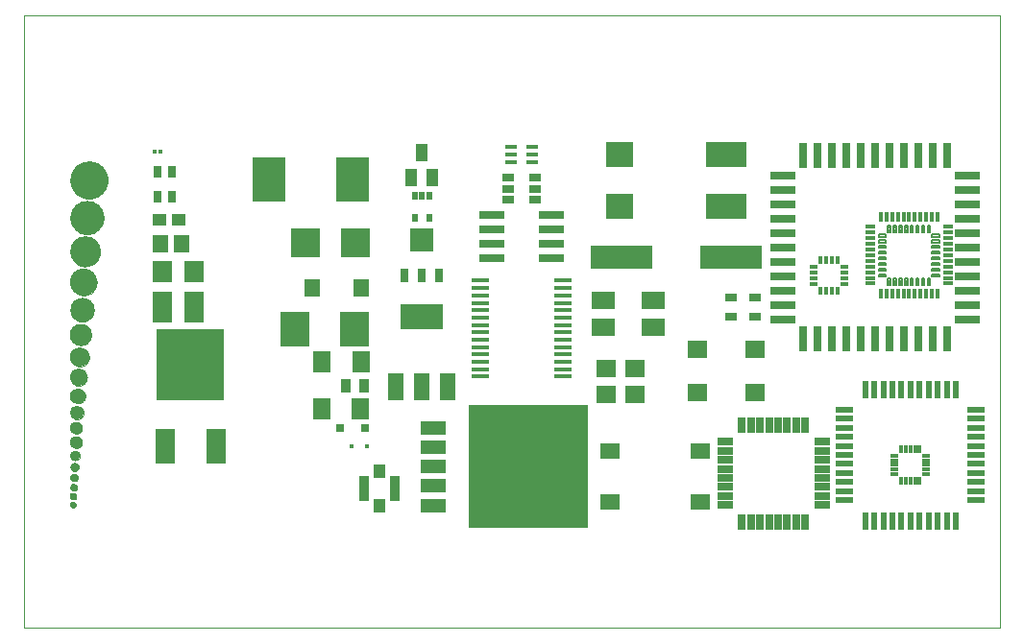
<source format=gts>
G75*
%MOIN*%
%OFA0B0*%
%FSLAX24Y24*%
%IPPOS*%
%LPD*%
%AMOC8*
5,1,8,0,0,1.08239X$1,22.5*
%
%ADD10C,0.0000*%
%ADD11C,0.1320*%
%ADD12C,0.1180*%
%ADD13C,0.1060*%
%ADD14C,0.0947*%
%ADD15C,0.0848*%
%ADD16C,0.0760*%
%ADD17C,0.0681*%
%ADD18C,0.0611*%
%ADD19C,0.0548*%
%ADD20C,0.0493*%
%ADD21C,0.0440*%
%ADD22C,0.0360*%
%ADD23C,0.0320*%
%ADD24C,0.0290*%
%ADD25C,0.0270*%
%ADD26C,0.0240*%
%ADD27C,0.0220*%
%ADD28R,0.0138X0.0178*%
%ADD29R,0.0316X0.0394*%
%ADD30R,0.0473X0.0434*%
%ADD31R,0.0552X0.0631*%
%ADD32R,0.0670X0.0749*%
%ADD33R,0.0670X0.1103*%
%ADD34R,0.0178X0.0178*%
%ADD35R,0.0355X0.0512*%
%ADD36R,0.0276X0.0276*%
%ADD37R,0.0591X0.0749*%
%ADD38R,0.0540X0.0619*%
%ADD39R,0.0985X0.0985*%
%ADD40R,0.1142X0.1536*%
%ADD41R,0.0434X0.0591*%
%ADD42R,0.0670X0.1221*%
%ADD43R,0.2323X0.2481*%
%ADD44R,0.0906X0.0276*%
%ADD45R,0.0590X0.0177*%
%ADD46R,0.0434X0.0316*%
%ADD47R,0.0414X0.0182*%
%ADD48R,0.2140X0.0800*%
%ADD49R,0.1440X0.0900*%
%ADD50R,0.0940X0.0900*%
%ADD51R,0.0394X0.0296*%
%ADD52R,0.0670X0.0631*%
%ADD53R,0.0788X0.0591*%
%ADD54R,0.0540X0.0260*%
%ADD55R,0.0260X0.0540*%
%ADD56C,0.0079*%
%ADD57R,0.0205X0.0316*%
%ADD58R,0.0355X0.0158*%
%ADD59R,0.0158X0.0355*%
%ADD60R,0.0631X0.0237*%
%ADD61R,0.0237X0.0631*%
%ADD62R,0.0276X0.0906*%
%ADD63R,0.0296X0.0150*%
%ADD64R,0.0150X0.0296*%
%ADD65R,0.0375X0.0906*%
%ADD66R,0.0434X0.0453*%
%ADD67R,0.0650X0.0552*%
%ADD68R,0.0520X0.0920*%
%ADD69R,0.1457X0.0906*%
%ADD70R,0.0268X0.0512*%
%ADD71R,0.0827X0.0827*%
%ADD72R,0.1024X0.1221*%
%ADD73R,0.4138X0.4292*%
%ADD74R,0.0890X0.0460*%
%ADD75R,0.0119X0.0276*%
%ADD76R,0.0276X0.0119*%
D10*
X000363Y000100D02*
X034223Y000100D01*
X034223Y021360D01*
X000363Y021360D01*
X000363Y000100D01*
X001963Y004365D02*
X001965Y004384D01*
X001971Y004402D01*
X001980Y004418D01*
X001993Y004432D01*
X002008Y004443D01*
X002025Y004451D01*
X002044Y004455D01*
X002062Y004455D01*
X002081Y004451D01*
X002098Y004443D01*
X002113Y004432D01*
X002126Y004418D01*
X002135Y004402D01*
X002141Y004384D01*
X002143Y004365D01*
X002141Y004346D01*
X002135Y004328D01*
X002126Y004312D01*
X002113Y004298D01*
X002098Y004287D01*
X002081Y004279D01*
X002062Y004275D01*
X002044Y004275D01*
X002025Y004279D01*
X002008Y004287D01*
X001993Y004298D01*
X001980Y004312D01*
X001971Y004328D01*
X001965Y004346D01*
X001963Y004365D01*
X001964Y004655D02*
X001966Y004675D01*
X001972Y004693D01*
X001981Y004711D01*
X001993Y004726D01*
X002008Y004738D01*
X002026Y004747D01*
X002044Y004753D01*
X002064Y004755D01*
X002084Y004753D01*
X002102Y004747D01*
X002120Y004738D01*
X002135Y004726D01*
X002147Y004711D01*
X002156Y004693D01*
X002162Y004675D01*
X002164Y004655D01*
X002162Y004635D01*
X002156Y004617D01*
X002147Y004599D01*
X002135Y004584D01*
X002120Y004572D01*
X002102Y004563D01*
X002084Y004557D01*
X002064Y004555D01*
X002044Y004557D01*
X002026Y004563D01*
X002008Y004572D01*
X001993Y004584D01*
X001981Y004599D01*
X001972Y004617D01*
X001966Y004635D01*
X001964Y004655D01*
X001963Y004970D02*
X001965Y004991D01*
X001971Y005012D01*
X001980Y005031D01*
X001993Y005047D01*
X002009Y005062D01*
X002027Y005073D01*
X002047Y005081D01*
X002067Y005085D01*
X002089Y005085D01*
X002109Y005081D01*
X002129Y005073D01*
X002147Y005062D01*
X002163Y005047D01*
X002176Y005031D01*
X002185Y005012D01*
X002191Y004991D01*
X002193Y004970D01*
X002191Y004949D01*
X002185Y004928D01*
X002176Y004909D01*
X002163Y004893D01*
X002147Y004878D01*
X002129Y004867D01*
X002109Y004859D01*
X002089Y004855D01*
X002067Y004855D01*
X002047Y004859D01*
X002027Y004867D01*
X002009Y004878D01*
X001993Y004893D01*
X001980Y004909D01*
X001971Y004928D01*
X001965Y004949D01*
X001963Y004970D01*
X001964Y005311D02*
X001966Y005333D01*
X001972Y005354D01*
X001981Y005373D01*
X001993Y005391D01*
X002009Y005407D01*
X002026Y005419D01*
X002046Y005428D01*
X002067Y005434D01*
X002089Y005436D01*
X002111Y005434D01*
X002132Y005428D01*
X002151Y005419D01*
X002169Y005407D01*
X002185Y005391D01*
X002197Y005373D01*
X002206Y005354D01*
X002212Y005333D01*
X002214Y005311D01*
X002212Y005289D01*
X002206Y005268D01*
X002197Y005249D01*
X002185Y005231D01*
X002169Y005215D01*
X002152Y005203D01*
X002132Y005194D01*
X002111Y005188D01*
X002089Y005186D01*
X002067Y005188D01*
X002046Y005194D01*
X002026Y005203D01*
X002009Y005215D01*
X001993Y005231D01*
X001981Y005248D01*
X001972Y005268D01*
X001966Y005289D01*
X001964Y005311D01*
X001964Y005677D02*
X001966Y005700D01*
X001972Y005722D01*
X001981Y005744D01*
X001994Y005763D01*
X002009Y005780D01*
X002027Y005794D01*
X002048Y005805D01*
X002070Y005813D01*
X002092Y005817D01*
X002116Y005817D01*
X002138Y005813D01*
X002160Y005805D01*
X002181Y005794D01*
X002199Y005780D01*
X002214Y005763D01*
X002227Y005744D01*
X002236Y005722D01*
X002242Y005700D01*
X002244Y005677D01*
X002242Y005654D01*
X002236Y005632D01*
X002227Y005610D01*
X002214Y005591D01*
X002199Y005574D01*
X002181Y005560D01*
X002160Y005549D01*
X002138Y005541D01*
X002116Y005537D01*
X002092Y005537D01*
X002070Y005541D01*
X002048Y005549D01*
X002027Y005560D01*
X002009Y005574D01*
X001994Y005591D01*
X001981Y005610D01*
X001972Y005632D01*
X001966Y005654D01*
X001964Y005677D01*
X001964Y006078D02*
X001966Y006103D01*
X001972Y006127D01*
X001981Y006151D01*
X001995Y006172D01*
X002011Y006191D01*
X002030Y006207D01*
X002051Y006221D01*
X002075Y006230D01*
X002099Y006236D01*
X002124Y006238D01*
X002149Y006236D01*
X002173Y006230D01*
X002197Y006221D01*
X002218Y006207D01*
X002237Y006191D01*
X002253Y006172D01*
X002267Y006151D01*
X002276Y006127D01*
X002282Y006103D01*
X002284Y006078D01*
X002282Y006053D01*
X002276Y006029D01*
X002267Y006005D01*
X002253Y005984D01*
X002237Y005965D01*
X002218Y005949D01*
X002197Y005935D01*
X002173Y005926D01*
X002149Y005920D01*
X002124Y005918D01*
X002099Y005920D01*
X002075Y005926D01*
X002051Y005935D01*
X002030Y005949D01*
X002011Y005965D01*
X001995Y005984D01*
X001981Y006005D01*
X001972Y006029D01*
X001966Y006053D01*
X001964Y006078D01*
X001963Y006539D02*
X001965Y006567D01*
X001971Y006594D01*
X001980Y006620D01*
X001993Y006645D01*
X002010Y006668D01*
X002029Y006688D01*
X002051Y006705D01*
X002075Y006719D01*
X002101Y006729D01*
X002128Y006736D01*
X002156Y006739D01*
X002184Y006738D01*
X002211Y006733D01*
X002238Y006724D01*
X002263Y006712D01*
X002286Y006697D01*
X002307Y006678D01*
X002325Y006657D01*
X002340Y006633D01*
X002351Y006607D01*
X002359Y006581D01*
X002363Y006553D01*
X002363Y006525D01*
X002359Y006497D01*
X002351Y006471D01*
X002340Y006445D01*
X002325Y006421D01*
X002307Y006400D01*
X002286Y006381D01*
X002263Y006366D01*
X002238Y006354D01*
X002211Y006345D01*
X002184Y006340D01*
X002156Y006339D01*
X002128Y006342D01*
X002101Y006349D01*
X002075Y006359D01*
X002051Y006373D01*
X002029Y006390D01*
X002010Y006410D01*
X001993Y006433D01*
X001980Y006458D01*
X001971Y006484D01*
X001965Y006511D01*
X001963Y006539D01*
X001964Y007039D02*
X001966Y007067D01*
X001972Y007094D01*
X001981Y007120D01*
X001994Y007145D01*
X002011Y007168D01*
X002030Y007188D01*
X002052Y007205D01*
X002076Y007219D01*
X002102Y007229D01*
X002129Y007236D01*
X002157Y007239D01*
X002185Y007238D01*
X002212Y007233D01*
X002239Y007224D01*
X002264Y007212D01*
X002287Y007197D01*
X002308Y007178D01*
X002326Y007157D01*
X002341Y007133D01*
X002352Y007107D01*
X002360Y007081D01*
X002364Y007053D01*
X002364Y007025D01*
X002360Y006997D01*
X002352Y006971D01*
X002341Y006945D01*
X002326Y006921D01*
X002308Y006900D01*
X002287Y006881D01*
X002264Y006866D01*
X002239Y006854D01*
X002212Y006845D01*
X002185Y006840D01*
X002157Y006839D01*
X002129Y006842D01*
X002102Y006849D01*
X002076Y006859D01*
X002052Y006873D01*
X002030Y006890D01*
X002011Y006910D01*
X001994Y006933D01*
X001981Y006958D01*
X001972Y006984D01*
X001966Y007011D01*
X001964Y007039D01*
X001964Y007566D02*
X001966Y007595D01*
X001972Y007624D01*
X001981Y007652D01*
X001994Y007679D01*
X002011Y007704D01*
X002030Y007726D01*
X002052Y007745D01*
X002077Y007762D01*
X002104Y007775D01*
X002132Y007784D01*
X002161Y007790D01*
X002190Y007792D01*
X002219Y007790D01*
X002248Y007784D01*
X002276Y007775D01*
X002303Y007762D01*
X002328Y007745D01*
X002350Y007726D01*
X002369Y007704D01*
X002386Y007679D01*
X002399Y007652D01*
X002408Y007624D01*
X002414Y007595D01*
X002416Y007566D01*
X002414Y007537D01*
X002408Y007508D01*
X002399Y007480D01*
X002386Y007453D01*
X002369Y007428D01*
X002350Y007406D01*
X002328Y007387D01*
X002303Y007370D01*
X002276Y007357D01*
X002248Y007348D01*
X002219Y007342D01*
X002190Y007340D01*
X002161Y007342D01*
X002132Y007348D01*
X002104Y007357D01*
X002077Y007370D01*
X002052Y007387D01*
X002030Y007406D01*
X002011Y007428D01*
X001994Y007453D01*
X001981Y007480D01*
X001972Y007508D01*
X001966Y007537D01*
X001964Y007566D01*
X001964Y008147D02*
X001966Y008178D01*
X001972Y008209D01*
X001981Y008239D01*
X001994Y008267D01*
X002011Y008294D01*
X002030Y008318D01*
X002053Y008340D01*
X002078Y008359D01*
X002105Y008374D01*
X002134Y008387D01*
X002164Y008395D01*
X002195Y008400D01*
X002226Y008401D01*
X002257Y008398D01*
X002288Y008391D01*
X002317Y008381D01*
X002345Y008367D01*
X002371Y008350D01*
X002395Y008329D01*
X002416Y008306D01*
X002434Y008281D01*
X002449Y008253D01*
X002460Y008224D01*
X002468Y008194D01*
X002472Y008163D01*
X002472Y008131D01*
X002468Y008100D01*
X002460Y008070D01*
X002449Y008041D01*
X002434Y008013D01*
X002416Y007988D01*
X002395Y007965D01*
X002371Y007944D01*
X002345Y007927D01*
X002317Y007913D01*
X002288Y007903D01*
X002257Y007896D01*
X002226Y007893D01*
X002195Y007894D01*
X002164Y007899D01*
X002134Y007907D01*
X002105Y007920D01*
X002078Y007935D01*
X002053Y007954D01*
X002030Y007976D01*
X002011Y008000D01*
X001994Y008027D01*
X001981Y008055D01*
X001972Y008085D01*
X001966Y008116D01*
X001964Y008147D01*
X001963Y008786D02*
X001965Y008819D01*
X001971Y008852D01*
X001980Y008883D01*
X001993Y008914D01*
X002010Y008943D01*
X002030Y008969D01*
X002052Y008993D01*
X002078Y009015D01*
X002105Y009033D01*
X002135Y009048D01*
X002166Y009059D01*
X002199Y009067D01*
X002231Y009071D01*
X002265Y009071D01*
X002297Y009067D01*
X002330Y009059D01*
X002361Y009048D01*
X002390Y009033D01*
X002418Y009015D01*
X002444Y008993D01*
X002466Y008969D01*
X002486Y008943D01*
X002503Y008914D01*
X002516Y008883D01*
X002525Y008852D01*
X002531Y008819D01*
X002533Y008786D01*
X002531Y008753D01*
X002525Y008720D01*
X002516Y008689D01*
X002503Y008658D01*
X002486Y008629D01*
X002466Y008603D01*
X002444Y008579D01*
X002418Y008557D01*
X002391Y008539D01*
X002361Y008524D01*
X002330Y008513D01*
X002297Y008505D01*
X002265Y008501D01*
X002231Y008501D01*
X002199Y008505D01*
X002166Y008513D01*
X002135Y008524D01*
X002105Y008539D01*
X002078Y008557D01*
X002052Y008579D01*
X002030Y008603D01*
X002010Y008629D01*
X001993Y008658D01*
X001980Y008689D01*
X001971Y008720D01*
X001965Y008753D01*
X001963Y008786D01*
X001964Y009492D02*
X001966Y009527D01*
X001972Y009562D01*
X001981Y009596D01*
X001995Y009629D01*
X002011Y009660D01*
X002031Y009689D01*
X002055Y009715D01*
X002081Y009739D01*
X002109Y009760D01*
X002140Y009778D01*
X002172Y009792D01*
X002205Y009802D01*
X002240Y009809D01*
X002275Y009812D01*
X002310Y009811D01*
X002345Y009806D01*
X002380Y009797D01*
X002413Y009785D01*
X002444Y009769D01*
X002474Y009750D01*
X002501Y009727D01*
X002525Y009702D01*
X002547Y009674D01*
X002565Y009644D01*
X002580Y009612D01*
X002592Y009579D01*
X002600Y009545D01*
X002604Y009510D01*
X002604Y009474D01*
X002600Y009439D01*
X002592Y009405D01*
X002580Y009372D01*
X002565Y009340D01*
X002547Y009310D01*
X002525Y009282D01*
X002501Y009257D01*
X002474Y009234D01*
X002444Y009215D01*
X002413Y009199D01*
X002380Y009187D01*
X002345Y009178D01*
X002310Y009173D01*
X002275Y009172D01*
X002240Y009175D01*
X002205Y009182D01*
X002172Y009192D01*
X002140Y009206D01*
X002109Y009224D01*
X002081Y009245D01*
X002055Y009269D01*
X002031Y009295D01*
X002011Y009324D01*
X001995Y009355D01*
X001981Y009388D01*
X001972Y009422D01*
X001966Y009457D01*
X001964Y009492D01*
X001964Y010273D02*
X001966Y010311D01*
X001972Y010348D01*
X001982Y010384D01*
X001995Y010419D01*
X002012Y010453D01*
X002033Y010485D01*
X002056Y010514D01*
X002083Y010541D01*
X002112Y010564D01*
X002144Y010585D01*
X002178Y010602D01*
X002213Y010615D01*
X002249Y010625D01*
X002286Y010631D01*
X002324Y010633D01*
X002362Y010631D01*
X002399Y010625D01*
X002435Y010615D01*
X002470Y010602D01*
X002504Y010585D01*
X002536Y010564D01*
X002565Y010541D01*
X002592Y010514D01*
X002615Y010485D01*
X002636Y010453D01*
X002653Y010419D01*
X002666Y010384D01*
X002676Y010348D01*
X002682Y010311D01*
X002684Y010273D01*
X002682Y010235D01*
X002676Y010198D01*
X002666Y010162D01*
X002653Y010127D01*
X002636Y010093D01*
X002615Y010061D01*
X002592Y010032D01*
X002565Y010005D01*
X002536Y009982D01*
X002504Y009961D01*
X002470Y009944D01*
X002435Y009931D01*
X002399Y009921D01*
X002362Y009915D01*
X002324Y009913D01*
X002286Y009915D01*
X002249Y009921D01*
X002213Y009931D01*
X002178Y009944D01*
X002144Y009961D01*
X002112Y009982D01*
X002083Y010005D01*
X002056Y010032D01*
X002033Y010061D01*
X002012Y010093D01*
X001995Y010127D01*
X001982Y010162D01*
X001972Y010198D01*
X001966Y010235D01*
X001964Y010273D01*
X001964Y011138D02*
X001966Y011178D01*
X001972Y011217D01*
X001981Y011255D01*
X001995Y011293D01*
X002012Y011328D01*
X002032Y011362D01*
X002056Y011394D01*
X002082Y011424D01*
X002112Y011450D01*
X002144Y011474D01*
X002178Y011494D01*
X002213Y011511D01*
X002251Y011525D01*
X002289Y011534D01*
X002328Y011540D01*
X002368Y011542D01*
X002408Y011540D01*
X002447Y011534D01*
X002485Y011525D01*
X002523Y011511D01*
X002558Y011494D01*
X002592Y011474D01*
X002624Y011450D01*
X002654Y011424D01*
X002680Y011394D01*
X002704Y011362D01*
X002724Y011328D01*
X002741Y011293D01*
X002755Y011255D01*
X002764Y011217D01*
X002770Y011178D01*
X002772Y011138D01*
X002770Y011098D01*
X002764Y011059D01*
X002755Y011021D01*
X002741Y010983D01*
X002724Y010948D01*
X002704Y010914D01*
X002680Y010882D01*
X002654Y010852D01*
X002624Y010826D01*
X002592Y010802D01*
X002558Y010782D01*
X002523Y010765D01*
X002485Y010751D01*
X002447Y010742D01*
X002408Y010736D01*
X002368Y010734D01*
X002328Y010736D01*
X002289Y010742D01*
X002251Y010751D01*
X002213Y010765D01*
X002178Y010782D01*
X002144Y010802D01*
X002112Y010826D01*
X002082Y010852D01*
X002056Y010882D01*
X002032Y010914D01*
X002012Y010948D01*
X001995Y010983D01*
X001981Y011021D01*
X001972Y011059D01*
X001966Y011098D01*
X001964Y011138D01*
X001962Y012096D02*
X001964Y012139D01*
X001970Y012181D01*
X001980Y012222D01*
X001994Y012262D01*
X002011Y012301D01*
X002032Y012338D01*
X002056Y012373D01*
X002084Y012406D01*
X002114Y012435D01*
X002147Y012462D01*
X002183Y012486D01*
X002220Y012506D01*
X002260Y012522D01*
X002300Y012535D01*
X002342Y012544D01*
X002384Y012549D01*
X002427Y012550D01*
X002469Y012547D01*
X002511Y012540D01*
X002552Y012529D01*
X002592Y012514D01*
X002631Y012496D01*
X002667Y012474D01*
X002701Y012449D01*
X002733Y012421D01*
X002762Y012390D01*
X002788Y012356D01*
X002811Y012320D01*
X002830Y012282D01*
X002846Y012242D01*
X002858Y012201D01*
X002866Y012160D01*
X002870Y012117D01*
X002870Y012075D01*
X002866Y012032D01*
X002858Y011991D01*
X002846Y011950D01*
X002830Y011910D01*
X002811Y011872D01*
X002788Y011836D01*
X002762Y011802D01*
X002733Y011771D01*
X002701Y011743D01*
X002667Y011718D01*
X002631Y011696D01*
X002592Y011678D01*
X002552Y011663D01*
X002511Y011652D01*
X002469Y011645D01*
X002427Y011642D01*
X002384Y011643D01*
X002342Y011648D01*
X002300Y011657D01*
X002260Y011670D01*
X002220Y011686D01*
X002183Y011706D01*
X002147Y011730D01*
X002114Y011757D01*
X002084Y011786D01*
X002056Y011819D01*
X002032Y011854D01*
X002011Y011891D01*
X001994Y011930D01*
X001980Y011970D01*
X001970Y012011D01*
X001964Y012053D01*
X001962Y012096D01*
X001963Y013160D02*
X001965Y013205D01*
X001971Y013250D01*
X001981Y013294D01*
X001995Y013337D01*
X002012Y013378D01*
X002033Y013418D01*
X002058Y013456D01*
X002086Y013492D01*
X002116Y013525D01*
X002150Y013555D01*
X002186Y013582D01*
X002225Y013605D01*
X002265Y013626D01*
X002307Y013642D01*
X002350Y013655D01*
X002394Y013664D01*
X002439Y013669D01*
X002484Y013670D01*
X002529Y013667D01*
X002574Y013660D01*
X002618Y013649D01*
X002660Y013634D01*
X002702Y013616D01*
X002741Y013594D01*
X002778Y013569D01*
X002813Y013540D01*
X002845Y013508D01*
X002875Y013474D01*
X002901Y013437D01*
X002924Y013399D01*
X002943Y013358D01*
X002959Y013315D01*
X002971Y013272D01*
X002979Y013228D01*
X002983Y013183D01*
X002983Y013137D01*
X002979Y013092D01*
X002971Y013048D01*
X002959Y013005D01*
X002943Y012962D01*
X002924Y012921D01*
X002901Y012883D01*
X002875Y012846D01*
X002845Y012812D01*
X002813Y012780D01*
X002778Y012751D01*
X002741Y012726D01*
X002702Y012704D01*
X002660Y012686D01*
X002618Y012671D01*
X002574Y012660D01*
X002529Y012653D01*
X002484Y012650D01*
X002439Y012651D01*
X002394Y012656D01*
X002350Y012665D01*
X002307Y012678D01*
X002265Y012694D01*
X002225Y012715D01*
X002186Y012738D01*
X002150Y012765D01*
X002116Y012795D01*
X002086Y012828D01*
X002058Y012864D01*
X002033Y012902D01*
X002012Y012942D01*
X001995Y012983D01*
X001981Y013026D01*
X001971Y013070D01*
X001965Y013115D01*
X001963Y013160D01*
X001963Y014340D02*
X001965Y014387D01*
X001971Y014434D01*
X001980Y014480D01*
X001994Y014525D01*
X002011Y014569D01*
X002032Y014611D01*
X002056Y014652D01*
X002083Y014690D01*
X002114Y014726D01*
X002147Y014759D01*
X002183Y014790D01*
X002221Y014817D01*
X002262Y014841D01*
X002304Y014862D01*
X002348Y014879D01*
X002393Y014893D01*
X002439Y014902D01*
X002486Y014908D01*
X002533Y014910D01*
X002580Y014908D01*
X002627Y014902D01*
X002673Y014893D01*
X002718Y014879D01*
X002762Y014862D01*
X002804Y014841D01*
X002845Y014817D01*
X002883Y014790D01*
X002919Y014759D01*
X002952Y014726D01*
X002983Y014690D01*
X003010Y014652D01*
X003034Y014611D01*
X003055Y014569D01*
X003072Y014525D01*
X003086Y014480D01*
X003095Y014434D01*
X003101Y014387D01*
X003103Y014340D01*
X003101Y014293D01*
X003095Y014246D01*
X003086Y014200D01*
X003072Y014155D01*
X003055Y014111D01*
X003034Y014069D01*
X003010Y014028D01*
X002983Y013990D01*
X002952Y013954D01*
X002919Y013921D01*
X002883Y013890D01*
X002845Y013863D01*
X002804Y013839D01*
X002762Y013818D01*
X002718Y013801D01*
X002673Y013787D01*
X002627Y013778D01*
X002580Y013772D01*
X002533Y013770D01*
X002486Y013772D01*
X002439Y013778D01*
X002393Y013787D01*
X002348Y013801D01*
X002304Y013818D01*
X002262Y013839D01*
X002221Y013863D01*
X002183Y013890D01*
X002147Y013921D01*
X002114Y013954D01*
X002083Y013990D01*
X002056Y014028D01*
X002032Y014069D01*
X002011Y014111D01*
X001994Y014155D01*
X001980Y014200D01*
X001971Y014246D01*
X001965Y014293D01*
X001963Y014340D01*
X001963Y015650D02*
X001965Y015700D01*
X001971Y015750D01*
X001981Y015799D01*
X001994Y015848D01*
X002012Y015895D01*
X002033Y015941D01*
X002057Y015984D01*
X002085Y016026D01*
X002116Y016066D01*
X002150Y016103D01*
X002187Y016137D01*
X002227Y016168D01*
X002269Y016196D01*
X002312Y016220D01*
X002358Y016241D01*
X002405Y016259D01*
X002454Y016272D01*
X002503Y016282D01*
X002553Y016288D01*
X002603Y016290D01*
X002653Y016288D01*
X002703Y016282D01*
X002752Y016272D01*
X002801Y016259D01*
X002848Y016241D01*
X002894Y016220D01*
X002937Y016196D01*
X002979Y016168D01*
X003019Y016137D01*
X003056Y016103D01*
X003090Y016066D01*
X003121Y016026D01*
X003149Y015984D01*
X003173Y015941D01*
X003194Y015895D01*
X003212Y015848D01*
X003225Y015799D01*
X003235Y015750D01*
X003241Y015700D01*
X003243Y015650D01*
X003241Y015600D01*
X003235Y015550D01*
X003225Y015501D01*
X003212Y015452D01*
X003194Y015405D01*
X003173Y015359D01*
X003149Y015316D01*
X003121Y015274D01*
X003090Y015234D01*
X003056Y015197D01*
X003019Y015163D01*
X002979Y015132D01*
X002937Y015104D01*
X002894Y015080D01*
X002848Y015059D01*
X002801Y015041D01*
X002752Y015028D01*
X002703Y015018D01*
X002653Y015012D01*
X002603Y015010D01*
X002553Y015012D01*
X002503Y015018D01*
X002454Y015028D01*
X002405Y015041D01*
X002358Y015059D01*
X002312Y015080D01*
X002269Y015104D01*
X002227Y015132D01*
X002187Y015163D01*
X002150Y015197D01*
X002116Y015234D01*
X002085Y015274D01*
X002057Y015316D01*
X002033Y015359D01*
X002012Y015405D01*
X001994Y015452D01*
X001981Y015501D01*
X001971Y015550D01*
X001965Y015600D01*
X001963Y015650D01*
D11*
X002603Y015650D03*
D12*
X002533Y014340D03*
D13*
X002473Y013160D03*
D14*
X002416Y012096D03*
D15*
X002368Y011138D03*
D16*
X002324Y010273D03*
D17*
X002284Y009492D03*
D18*
X002248Y008786D03*
D19*
X002218Y008147D03*
D20*
X002190Y007566D03*
D21*
X002164Y007039D03*
X002163Y006539D03*
D22*
X002124Y006078D03*
D23*
X002104Y005677D03*
D24*
X002089Y005311D03*
D25*
X002078Y004970D03*
D26*
X002064Y004655D03*
D27*
X002053Y004365D03*
D28*
X004883Y016642D03*
X005079Y016642D03*
D29*
X004971Y015929D03*
X005482Y015929D03*
X005480Y015072D03*
X004969Y015072D03*
D30*
X005042Y014263D03*
X005711Y014263D03*
D31*
X005829Y013437D03*
X005081Y013437D03*
D32*
X005141Y012482D03*
X006244Y012482D03*
D33*
X006256Y011244D03*
X005153Y011244D03*
D34*
X011719Y006399D03*
X012251Y006399D03*
D35*
X012159Y008509D03*
X011529Y008509D03*
D36*
X011330Y007040D03*
X012196Y007040D03*
D37*
X012032Y007716D03*
X010694Y007716D03*
X010694Y009330D03*
X012033Y009330D03*
D38*
X012055Y011887D03*
X010362Y011887D03*
D39*
X010109Y013468D03*
X011841Y013468D03*
D40*
X011756Y015683D03*
X008843Y015683D03*
D41*
X013784Y015729D03*
X014532Y015729D03*
X014158Y016595D03*
D42*
X007029Y006411D03*
X005233Y006411D03*
D43*
X006131Y009238D03*
D44*
X016599Y012931D03*
X016599Y013431D03*
X016599Y013931D03*
X016599Y014431D03*
X018646Y014431D03*
X018646Y013931D03*
X018646Y013431D03*
X018646Y012931D03*
X026692Y012817D03*
X026692Y012317D03*
X026692Y011817D03*
X026692Y011317D03*
X026692Y010817D03*
X026692Y013317D03*
X026692Y013817D03*
X026692Y014317D03*
X026692Y014817D03*
X026692Y015317D03*
X026692Y015817D03*
X033070Y015817D03*
X033070Y015317D03*
X033070Y014817D03*
X033070Y014317D03*
X033070Y013817D03*
X033070Y013317D03*
X033070Y012817D03*
X033070Y012317D03*
X033070Y011817D03*
X033070Y011317D03*
X033070Y010817D03*
D45*
X019048Y010872D03*
X019048Y010617D03*
X019048Y010361D03*
X019048Y010105D03*
X019048Y009849D03*
X019048Y009593D03*
X019048Y009337D03*
X019048Y009081D03*
X019048Y008825D03*
X016170Y008825D03*
X016170Y009081D03*
X016170Y009337D03*
X016170Y009593D03*
X016170Y009849D03*
X016170Y010105D03*
X016170Y010361D03*
X016170Y010617D03*
X016170Y010872D03*
X016170Y011128D03*
X016170Y011384D03*
X016170Y011640D03*
X016170Y011896D03*
X016170Y012152D03*
X019048Y012152D03*
X019048Y011896D03*
X019048Y011640D03*
X019048Y011384D03*
X019048Y011128D03*
D46*
X018085Y014970D03*
X018085Y015344D03*
X018085Y015719D03*
X017141Y015719D03*
X017141Y015344D03*
X017141Y014970D03*
D47*
X017243Y016281D03*
X017243Y016537D03*
X017243Y016793D03*
X017991Y016793D03*
X017991Y016537D03*
X017991Y016281D03*
D48*
X021093Y012972D03*
X024893Y012972D03*
D49*
X024726Y014724D03*
X024726Y016524D03*
D50*
X021026Y016524D03*
X021026Y014724D03*
D51*
X024874Y011563D03*
X024874Y010913D03*
X025700Y010913D03*
X025700Y011563D03*
D52*
X025718Y009776D03*
X023710Y009776D03*
X021547Y009110D03*
X020563Y009110D03*
X020563Y008205D03*
X021547Y008205D03*
X023710Y008280D03*
X025718Y008280D03*
D53*
X022175Y010527D03*
X022175Y011472D03*
X020443Y011472D03*
X020443Y010527D03*
D54*
X024669Y006563D03*
X024669Y006248D03*
X024669Y005933D03*
X024669Y005618D03*
X024669Y005303D03*
X024669Y004988D03*
X024669Y004673D03*
X024669Y004358D03*
X028049Y004358D03*
X028049Y004673D03*
X028049Y004988D03*
X028049Y005303D03*
X028049Y005618D03*
X028049Y005933D03*
X028049Y006248D03*
X028049Y006563D03*
D55*
X027462Y007151D03*
X027147Y007151D03*
X026832Y007151D03*
X026517Y007151D03*
X026202Y007151D03*
X025887Y007151D03*
X025572Y007151D03*
X025257Y007151D03*
X025257Y003771D03*
X025572Y003771D03*
X025887Y003771D03*
X026202Y003771D03*
X026517Y003771D03*
X026832Y003771D03*
X027147Y003771D03*
X027462Y003771D03*
D56*
X030330Y011986D02*
X030410Y011986D01*
X030330Y011986D02*
X030330Y012224D01*
X030410Y012224D01*
X030410Y011986D01*
X030410Y012064D02*
X030330Y012064D01*
X030330Y012142D02*
X030410Y012142D01*
X030410Y012220D02*
X030330Y012220D01*
X030253Y012301D02*
X030015Y012301D01*
X030015Y012381D01*
X030253Y012381D01*
X030253Y012301D01*
X030253Y012379D02*
X030015Y012379D01*
X030015Y012498D02*
X030253Y012498D01*
X030015Y012498D02*
X030015Y012578D01*
X030253Y012578D01*
X030253Y012498D01*
X030253Y012576D02*
X030015Y012576D01*
X030015Y012695D02*
X030253Y012695D01*
X030015Y012695D02*
X030015Y012775D01*
X030253Y012775D01*
X030253Y012695D01*
X030253Y012773D02*
X030015Y012773D01*
X030015Y012891D02*
X030253Y012891D01*
X030015Y012891D02*
X030015Y012971D01*
X030253Y012971D01*
X030253Y012891D01*
X030253Y012969D02*
X030015Y012969D01*
X030015Y013088D02*
X030253Y013088D01*
X030015Y013088D02*
X030015Y013168D01*
X030253Y013168D01*
X030253Y013088D01*
X030253Y013166D02*
X030015Y013166D01*
X030015Y013285D02*
X030253Y013285D01*
X030015Y013285D02*
X030015Y013365D01*
X030253Y013365D01*
X030253Y013285D01*
X030253Y013363D02*
X030015Y013363D01*
X030015Y013482D02*
X030253Y013482D01*
X030015Y013482D02*
X030015Y013562D01*
X030253Y013562D01*
X030253Y013482D01*
X030253Y013560D02*
X030015Y013560D01*
X030015Y013679D02*
X030253Y013679D01*
X030015Y013679D02*
X030015Y013759D01*
X030253Y013759D01*
X030253Y013679D01*
X030253Y013757D02*
X030015Y013757D01*
X030330Y013836D02*
X030410Y013836D01*
X030330Y013836D02*
X030330Y014074D01*
X030410Y014074D01*
X030410Y013836D01*
X030410Y013914D02*
X030330Y013914D01*
X030330Y013992D02*
X030410Y013992D01*
X030410Y014070D02*
X030330Y014070D01*
X030527Y013836D02*
X030607Y013836D01*
X030527Y013836D02*
X030527Y014074D01*
X030607Y014074D01*
X030607Y013836D01*
X030607Y013914D02*
X030527Y013914D01*
X030527Y013992D02*
X030607Y013992D01*
X030607Y014070D02*
X030527Y014070D01*
X030724Y013836D02*
X030804Y013836D01*
X030724Y013836D02*
X030724Y014074D01*
X030804Y014074D01*
X030804Y013836D01*
X030804Y013914D02*
X030724Y013914D01*
X030724Y013992D02*
X030804Y013992D01*
X030804Y014070D02*
X030724Y014070D01*
X030921Y013836D02*
X031001Y013836D01*
X030921Y013836D02*
X030921Y014074D01*
X031001Y014074D01*
X031001Y013836D01*
X031001Y013914D02*
X030921Y013914D01*
X030921Y013992D02*
X031001Y013992D01*
X031001Y014070D02*
X030921Y014070D01*
X031118Y013836D02*
X031198Y013836D01*
X031118Y013836D02*
X031118Y014074D01*
X031198Y014074D01*
X031198Y013836D01*
X031198Y013914D02*
X031118Y013914D01*
X031118Y013992D02*
X031198Y013992D01*
X031198Y014070D02*
X031118Y014070D01*
X031315Y013836D02*
X031395Y013836D01*
X031315Y013836D02*
X031315Y014074D01*
X031395Y014074D01*
X031395Y013836D01*
X031395Y013914D02*
X031315Y013914D01*
X031315Y013992D02*
X031395Y013992D01*
X031395Y014070D02*
X031315Y014070D01*
X031512Y013836D02*
X031592Y013836D01*
X031512Y013836D02*
X031512Y014074D01*
X031592Y014074D01*
X031592Y013836D01*
X031592Y013914D02*
X031512Y013914D01*
X031512Y013992D02*
X031592Y013992D01*
X031592Y014070D02*
X031512Y014070D01*
X031708Y013836D02*
X031788Y013836D01*
X031708Y013836D02*
X031708Y014074D01*
X031788Y014074D01*
X031788Y013836D01*
X031788Y013914D02*
X031708Y013914D01*
X031708Y013992D02*
X031788Y013992D01*
X031788Y014070D02*
X031708Y014070D01*
X031866Y013679D02*
X032104Y013679D01*
X031866Y013679D02*
X031866Y013759D01*
X032104Y013759D01*
X032104Y013679D01*
X032104Y013757D02*
X031866Y013757D01*
X031866Y013482D02*
X032104Y013482D01*
X031866Y013482D02*
X031866Y013562D01*
X032104Y013562D01*
X032104Y013482D01*
X032104Y013560D02*
X031866Y013560D01*
X031866Y013285D02*
X032104Y013285D01*
X031866Y013285D02*
X031866Y013365D01*
X032104Y013365D01*
X032104Y013285D01*
X032104Y013363D02*
X031866Y013363D01*
X031866Y013088D02*
X032104Y013088D01*
X031866Y013088D02*
X031866Y013168D01*
X032104Y013168D01*
X032104Y013088D01*
X032104Y013166D02*
X031866Y013166D01*
X031866Y012891D02*
X032104Y012891D01*
X031866Y012891D02*
X031866Y012971D01*
X032104Y012971D01*
X032104Y012891D01*
X032104Y012969D02*
X031866Y012969D01*
X031866Y012695D02*
X032104Y012695D01*
X031866Y012695D02*
X031866Y012775D01*
X032104Y012775D01*
X032104Y012695D01*
X032104Y012773D02*
X031866Y012773D01*
X031866Y012498D02*
X032104Y012498D01*
X031866Y012498D02*
X031866Y012578D01*
X032104Y012578D01*
X032104Y012498D01*
X032104Y012576D02*
X031866Y012576D01*
X031866Y012301D02*
X032104Y012301D01*
X031866Y012301D02*
X031866Y012381D01*
X032104Y012381D01*
X032104Y012301D01*
X032104Y012379D02*
X031866Y012379D01*
X031788Y011986D02*
X031708Y011986D01*
X031708Y012224D01*
X031788Y012224D01*
X031788Y011986D01*
X031788Y012064D02*
X031708Y012064D01*
X031708Y012142D02*
X031788Y012142D01*
X031788Y012220D02*
X031708Y012220D01*
X031592Y011986D02*
X031512Y011986D01*
X031512Y012224D01*
X031592Y012224D01*
X031592Y011986D01*
X031592Y012064D02*
X031512Y012064D01*
X031512Y012142D02*
X031592Y012142D01*
X031592Y012220D02*
X031512Y012220D01*
X031395Y011986D02*
X031315Y011986D01*
X031315Y012224D01*
X031395Y012224D01*
X031395Y011986D01*
X031395Y012064D02*
X031315Y012064D01*
X031315Y012142D02*
X031395Y012142D01*
X031395Y012220D02*
X031315Y012220D01*
X031198Y011986D02*
X031118Y011986D01*
X031118Y012224D01*
X031198Y012224D01*
X031198Y011986D01*
X031198Y012064D02*
X031118Y012064D01*
X031118Y012142D02*
X031198Y012142D01*
X031198Y012220D02*
X031118Y012220D01*
X031001Y011986D02*
X030921Y011986D01*
X030921Y012224D01*
X031001Y012224D01*
X031001Y011986D01*
X031001Y012064D02*
X030921Y012064D01*
X030921Y012142D02*
X031001Y012142D01*
X031001Y012220D02*
X030921Y012220D01*
X030804Y011986D02*
X030724Y011986D01*
X030724Y012224D01*
X030804Y012224D01*
X030804Y011986D01*
X030804Y012064D02*
X030724Y012064D01*
X030724Y012142D02*
X030804Y012142D01*
X030804Y012220D02*
X030724Y012220D01*
X030607Y011986D02*
X030527Y011986D01*
X030527Y012224D01*
X030607Y012224D01*
X030607Y011986D01*
X030607Y012064D02*
X030527Y012064D01*
X030527Y012142D02*
X030607Y012142D01*
X030607Y012220D02*
X030527Y012220D01*
D57*
X014414Y014350D03*
X013902Y014350D03*
X013902Y015098D03*
X014158Y015098D03*
X014414Y015098D03*
D58*
X029728Y014020D03*
X029728Y013824D03*
X029728Y013627D03*
X029728Y013430D03*
X029728Y013233D03*
X029728Y013036D03*
X029728Y012839D03*
X029728Y012643D03*
X029728Y012446D03*
X029728Y012249D03*
X029728Y012052D03*
X032405Y012052D03*
X032405Y012249D03*
X032405Y012446D03*
X032405Y012643D03*
X032405Y012839D03*
X032405Y013036D03*
X032405Y013233D03*
X032405Y013430D03*
X032405Y013627D03*
X032405Y013824D03*
X032405Y014020D03*
D59*
X032050Y014375D03*
X031854Y014375D03*
X031657Y014375D03*
X031460Y014375D03*
X031263Y014375D03*
X031066Y014375D03*
X030869Y014375D03*
X030672Y014375D03*
X030476Y014375D03*
X030279Y014375D03*
X030082Y014375D03*
X030082Y011698D03*
X030279Y011698D03*
X030476Y011698D03*
X030672Y011698D03*
X030869Y011698D03*
X031066Y011698D03*
X031263Y011698D03*
X031460Y011698D03*
X031657Y011698D03*
X031854Y011698D03*
X032050Y011698D03*
D60*
X033397Y007675D03*
X033397Y007360D03*
X033397Y007045D03*
X033397Y006730D03*
X033397Y006415D03*
X033397Y006100D03*
X033397Y005785D03*
X033397Y005470D03*
X033397Y005155D03*
X033397Y004840D03*
X033397Y004525D03*
X028830Y004525D03*
X028830Y004840D03*
X028830Y005155D03*
X028830Y005470D03*
X028830Y005785D03*
X028830Y006100D03*
X028830Y006415D03*
X028830Y006730D03*
X028830Y007045D03*
X028830Y007360D03*
X028830Y007675D03*
D61*
X029539Y008383D03*
X029854Y008383D03*
X030169Y008383D03*
X030483Y008383D03*
X030798Y008383D03*
X031113Y008383D03*
X031428Y008383D03*
X031743Y008383D03*
X032058Y008383D03*
X032373Y008383D03*
X032688Y008383D03*
X032688Y003817D03*
X032373Y003817D03*
X032058Y003817D03*
X031743Y003817D03*
X031428Y003817D03*
X031113Y003817D03*
X030798Y003817D03*
X030483Y003817D03*
X030169Y003817D03*
X029854Y003817D03*
X029539Y003817D03*
D62*
X029381Y010128D03*
X028881Y010128D03*
X028381Y010128D03*
X027881Y010128D03*
X027381Y010128D03*
X029881Y010128D03*
X030381Y010128D03*
X030881Y010128D03*
X031381Y010128D03*
X031881Y010128D03*
X032381Y010128D03*
X032381Y016506D03*
X031881Y016506D03*
X031381Y016506D03*
X030881Y016506D03*
X030381Y016506D03*
X029881Y016506D03*
X029381Y016506D03*
X028881Y016506D03*
X028381Y016506D03*
X027881Y016506D03*
X027381Y016506D03*
D63*
X027744Y012625D03*
X027744Y012428D03*
X027744Y012232D03*
X027744Y012035D03*
X028823Y012035D03*
X028823Y012232D03*
X028823Y012428D03*
X028823Y012625D03*
D64*
X028579Y012869D03*
X028382Y012869D03*
X028185Y012869D03*
X027988Y012869D03*
X027988Y011791D03*
X028185Y011791D03*
X028382Y011791D03*
X028579Y011791D03*
D65*
X013225Y004940D03*
X012142Y004940D03*
D66*
X012683Y005540D03*
X012683Y004340D03*
D67*
X020698Y004464D03*
X020698Y006236D03*
X023828Y006236D03*
X023828Y004464D03*
D68*
X015063Y008460D03*
X014153Y008460D03*
X013243Y008460D03*
D69*
X014153Y010900D03*
D70*
X014153Y012341D03*
X013563Y012341D03*
X014744Y012341D03*
D71*
X014153Y013562D03*
D72*
X011817Y010480D03*
X009750Y010480D03*
D73*
X017843Y005690D03*
D74*
X014563Y005690D03*
X014563Y005020D03*
X014563Y004350D03*
X014563Y006360D03*
X014563Y007030D03*
D75*
X030798Y006311D03*
X030956Y006311D03*
X031113Y006311D03*
X031271Y006311D03*
X031428Y006311D03*
X031428Y005209D03*
X031271Y005209D03*
X031113Y005209D03*
X030956Y005209D03*
X030798Y005209D03*
D76*
X030562Y005445D03*
X030562Y005603D03*
X030562Y005760D03*
X030562Y005917D03*
X030562Y006075D03*
X031665Y006075D03*
X031665Y005917D03*
X031665Y005760D03*
X031665Y005603D03*
X031665Y005445D03*
M02*

</source>
